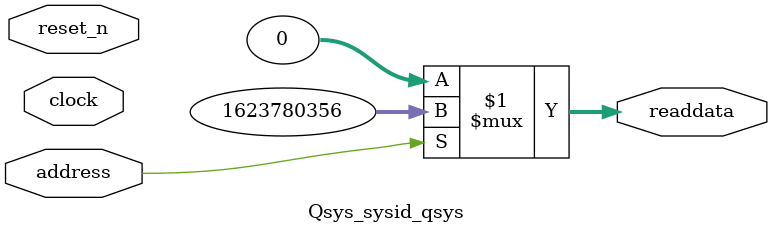
<source format=v>



// synthesis translate_off
`timescale 1ns / 1ps
// synthesis translate_on

// turn off superfluous verilog processor warnings 
// altera message_level Level1 
// altera message_off 10034 10035 10036 10037 10230 10240 10030 

module Qsys_sysid_qsys (
               // inputs:
                address,
                clock,
                reset_n,

               // outputs:
                readdata
             )
;

  output  [ 31: 0] readdata;
  input            address;
  input            clock;
  input            reset_n;

  wire    [ 31: 0] readdata;
  //control_slave, which is an e_avalon_slave
  assign readdata = address ? 1623780356 : 0;

endmodule



</source>
